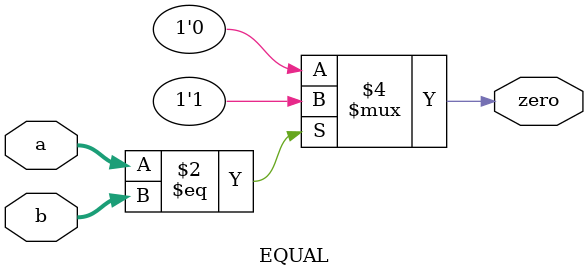
<source format=v>
`timescale 1ns / 1ps


module EQUAL #(parameter N = 32)
    (output reg zero,
    input [N-1:0] a,b
    );
    always@(*)
    begin
        if(a == b) zero = 1;
        else zero = 0;
    end
endmodule
</source>
